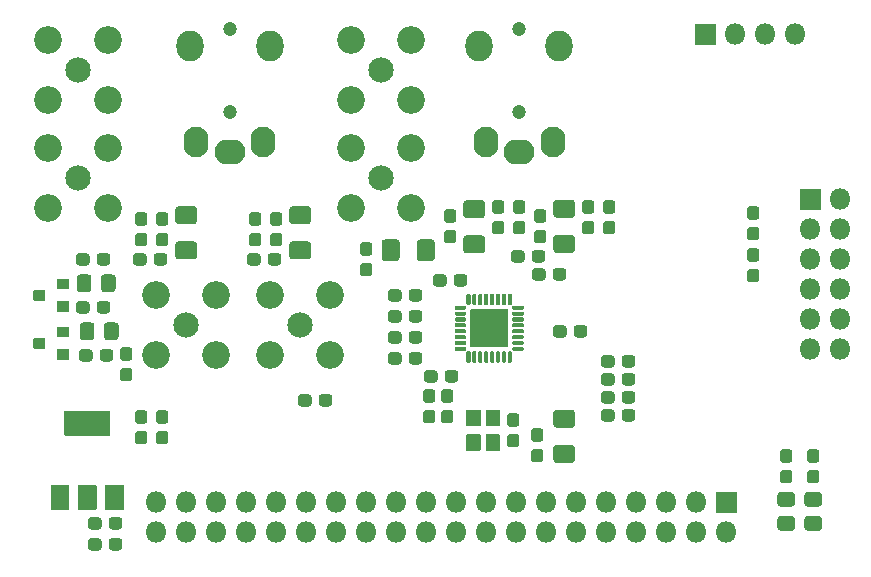
<source format=gts>
G04 #@! TF.GenerationSoftware,KiCad,Pcbnew,(5.1.9)-1*
G04 #@! TF.CreationDate,2021-12-15T22:13:59+01:00*
G04 #@! TF.ProjectId,AudioCodecModule_WM8960,41756469-6f43-46f6-9465-634d6f64756c,rev?*
G04 #@! TF.SameCoordinates,Original*
G04 #@! TF.FileFunction,Soldermask,Top*
G04 #@! TF.FilePolarity,Negative*
%FSLAX46Y46*%
G04 Gerber Fmt 4.6, Leading zero omitted, Abs format (unit mm)*
G04 Created by KiCad (PCBNEW (5.1.9)-1) date 2021-12-15 22:13:59*
%MOMM*%
%LPD*%
G01*
G04 APERTURE LIST*
%ADD10O,2.300000X2.600000*%
%ADD11O,2.100000X2.600000*%
%ADD12C,1.200000*%
%ADD13O,2.600000X2.100000*%
%ADD14C,2.350000*%
%ADD15C,2.150000*%
%ADD16O,1.800000X1.800000*%
G04 APERTURE END LIST*
D10*
X163039000Y-56105000D03*
X156239000Y-56105000D03*
D11*
X162489000Y-64205000D03*
X156789000Y-64205000D03*
D12*
X159639000Y-61705000D03*
X159639000Y-54705000D03*
D13*
X159639000Y-65105000D03*
D10*
X187550000Y-56105000D03*
X180750000Y-56105000D03*
D11*
X187000000Y-64205000D03*
X181300000Y-64205000D03*
D12*
X184150000Y-61705000D03*
X184150000Y-54705000D03*
D13*
X184150000Y-65105000D03*
G36*
G01*
X185212000Y-74176500D02*
X185212000Y-73651500D01*
G75*
G02*
X185474500Y-73389000I262500J0D01*
G01*
X186099500Y-73389000D01*
G75*
G02*
X186362000Y-73651500I0J-262500D01*
G01*
X186362000Y-74176500D01*
G75*
G02*
X186099500Y-74439000I-262500J0D01*
G01*
X185474500Y-74439000D01*
G75*
G02*
X185212000Y-74176500I0J262500D01*
G01*
G37*
G36*
G01*
X183462000Y-74176500D02*
X183462000Y-73651500D01*
G75*
G02*
X183724500Y-73389000I262500J0D01*
G01*
X184349500Y-73389000D01*
G75*
G02*
X184612000Y-73651500I0J-262500D01*
G01*
X184612000Y-74176500D01*
G75*
G02*
X184349500Y-74439000I-262500J0D01*
G01*
X183724500Y-74439000D01*
G75*
G02*
X183462000Y-74176500I0J262500D01*
G01*
G37*
G36*
G01*
X186990000Y-75700500D02*
X186990000Y-75175500D01*
G75*
G02*
X187252500Y-74913000I262500J0D01*
G01*
X187877500Y-74913000D01*
G75*
G02*
X188140000Y-75175500I0J-262500D01*
G01*
X188140000Y-75700500D01*
G75*
G02*
X187877500Y-75963000I-262500J0D01*
G01*
X187252500Y-75963000D01*
G75*
G02*
X186990000Y-75700500I0J262500D01*
G01*
G37*
G36*
G01*
X185240000Y-75700500D02*
X185240000Y-75175500D01*
G75*
G02*
X185502500Y-74913000I262500J0D01*
G01*
X186127500Y-74913000D01*
G75*
G02*
X186390000Y-75175500I0J-262500D01*
G01*
X186390000Y-75700500D01*
G75*
G02*
X186127500Y-75963000I-262500J0D01*
G01*
X185502500Y-75963000D01*
G75*
G02*
X185240000Y-75700500I0J262500D01*
G01*
G37*
G36*
G01*
X192832000Y-84590500D02*
X192832000Y-84065500D01*
G75*
G02*
X193094500Y-83803000I262500J0D01*
G01*
X193719500Y-83803000D01*
G75*
G02*
X193982000Y-84065500I0J-262500D01*
G01*
X193982000Y-84590500D01*
G75*
G02*
X193719500Y-84853000I-262500J0D01*
G01*
X193094500Y-84853000D01*
G75*
G02*
X192832000Y-84590500I0J262500D01*
G01*
G37*
G36*
G01*
X191082000Y-84590500D02*
X191082000Y-84065500D01*
G75*
G02*
X191344500Y-83803000I262500J0D01*
G01*
X191969500Y-83803000D01*
G75*
G02*
X192232000Y-84065500I0J-262500D01*
G01*
X192232000Y-84590500D01*
G75*
G02*
X191969500Y-84853000I-262500J0D01*
G01*
X191344500Y-84853000D01*
G75*
G02*
X191082000Y-84590500I0J262500D01*
G01*
G37*
G36*
G01*
X192832000Y-87638500D02*
X192832000Y-87113500D01*
G75*
G02*
X193094500Y-86851000I262500J0D01*
G01*
X193719500Y-86851000D01*
G75*
G02*
X193982000Y-87113500I0J-262500D01*
G01*
X193982000Y-87638500D01*
G75*
G02*
X193719500Y-87901000I-262500J0D01*
G01*
X193094500Y-87901000D01*
G75*
G02*
X192832000Y-87638500I0J262500D01*
G01*
G37*
G36*
G01*
X191082000Y-87638500D02*
X191082000Y-87113500D01*
G75*
G02*
X191344500Y-86851000I262500J0D01*
G01*
X191969500Y-86851000D01*
G75*
G02*
X192232000Y-87113500I0J-262500D01*
G01*
X192232000Y-87638500D01*
G75*
G02*
X191969500Y-87901000I-262500J0D01*
G01*
X191344500Y-87901000D01*
G75*
G02*
X191082000Y-87638500I0J262500D01*
G01*
G37*
G36*
G01*
X192832000Y-86114500D02*
X192832000Y-85589500D01*
G75*
G02*
X193094500Y-85327000I262500J0D01*
G01*
X193719500Y-85327000D01*
G75*
G02*
X193982000Y-85589500I0J-262500D01*
G01*
X193982000Y-86114500D01*
G75*
G02*
X193719500Y-86377000I-262500J0D01*
G01*
X193094500Y-86377000D01*
G75*
G02*
X192832000Y-86114500I0J262500D01*
G01*
G37*
G36*
G01*
X191082000Y-86114500D02*
X191082000Y-85589500D01*
G75*
G02*
X191344500Y-85327000I262500J0D01*
G01*
X191969500Y-85327000D01*
G75*
G02*
X192232000Y-85589500I0J-262500D01*
G01*
X192232000Y-86114500D01*
G75*
G02*
X191969500Y-86377000I-262500J0D01*
G01*
X191344500Y-86377000D01*
G75*
G02*
X191082000Y-86114500I0J262500D01*
G01*
G37*
G36*
G01*
X192832000Y-83066500D02*
X192832000Y-82541500D01*
G75*
G02*
X193094500Y-82279000I262500J0D01*
G01*
X193719500Y-82279000D01*
G75*
G02*
X193982000Y-82541500I0J-262500D01*
G01*
X193982000Y-83066500D01*
G75*
G02*
X193719500Y-83329000I-262500J0D01*
G01*
X193094500Y-83329000D01*
G75*
G02*
X192832000Y-83066500I0J262500D01*
G01*
G37*
G36*
G01*
X191082000Y-83066500D02*
X191082000Y-82541500D01*
G75*
G02*
X191344500Y-82279000I262500J0D01*
G01*
X191969500Y-82279000D01*
G75*
G02*
X192232000Y-82541500I0J-262500D01*
G01*
X192232000Y-83066500D01*
G75*
G02*
X191969500Y-83329000I-262500J0D01*
G01*
X191344500Y-83329000D01*
G75*
G02*
X191082000Y-83066500I0J262500D01*
G01*
G37*
G36*
G01*
X176267500Y-86914000D02*
X176792500Y-86914000D01*
G75*
G02*
X177055000Y-87176500I0J-262500D01*
G01*
X177055000Y-87801500D01*
G75*
G02*
X176792500Y-88064000I-262500J0D01*
G01*
X176267500Y-88064000D01*
G75*
G02*
X176005000Y-87801500I0J262500D01*
G01*
X176005000Y-87176500D01*
G75*
G02*
X176267500Y-86914000I262500J0D01*
G01*
G37*
G36*
G01*
X176267500Y-85164000D02*
X176792500Y-85164000D01*
G75*
G02*
X177055000Y-85426500I0J-262500D01*
G01*
X177055000Y-86051500D01*
G75*
G02*
X176792500Y-86314000I-262500J0D01*
G01*
X176267500Y-86314000D01*
G75*
G02*
X176005000Y-86051500I0J262500D01*
G01*
X176005000Y-85426500D01*
G75*
G02*
X176267500Y-85164000I262500J0D01*
G01*
G37*
G36*
G01*
X183379500Y-88946000D02*
X183904500Y-88946000D01*
G75*
G02*
X184167000Y-89208500I0J-262500D01*
G01*
X184167000Y-89833500D01*
G75*
G02*
X183904500Y-90096000I-262500J0D01*
G01*
X183379500Y-90096000D01*
G75*
G02*
X183117000Y-89833500I0J262500D01*
G01*
X183117000Y-89208500D01*
G75*
G02*
X183379500Y-88946000I262500J0D01*
G01*
G37*
G36*
G01*
X183379500Y-87196000D02*
X183904500Y-87196000D01*
G75*
G02*
X184167000Y-87458500I0J-262500D01*
G01*
X184167000Y-88083500D01*
G75*
G02*
X183904500Y-88346000I-262500J0D01*
G01*
X183379500Y-88346000D01*
G75*
G02*
X183117000Y-88083500I0J262500D01*
G01*
X183117000Y-87458500D01*
G75*
G02*
X183379500Y-87196000I262500J0D01*
G01*
G37*
G36*
G01*
X177791500Y-86914000D02*
X178316500Y-86914000D01*
G75*
G02*
X178579000Y-87176500I0J-262500D01*
G01*
X178579000Y-87801500D01*
G75*
G02*
X178316500Y-88064000I-262500J0D01*
G01*
X177791500Y-88064000D01*
G75*
G02*
X177529000Y-87801500I0J262500D01*
G01*
X177529000Y-87176500D01*
G75*
G02*
X177791500Y-86914000I262500J0D01*
G01*
G37*
G36*
G01*
X177791500Y-85164000D02*
X178316500Y-85164000D01*
G75*
G02*
X178579000Y-85426500I0J-262500D01*
G01*
X178579000Y-86051500D01*
G75*
G02*
X178316500Y-86314000I-262500J0D01*
G01*
X177791500Y-86314000D01*
G75*
G02*
X177529000Y-86051500I0J262500D01*
G01*
X177529000Y-85426500D01*
G75*
G02*
X177791500Y-85164000I262500J0D01*
G01*
G37*
G36*
G01*
X180827000Y-90396000D02*
X179727000Y-90396000D01*
G75*
G02*
X179677000Y-90346000I0J50000D01*
G01*
X179677000Y-89046000D01*
G75*
G02*
X179727000Y-88996000I50000J0D01*
G01*
X180827000Y-88996000D01*
G75*
G02*
X180877000Y-89046000I0J-50000D01*
G01*
X180877000Y-90346000D01*
G75*
G02*
X180827000Y-90396000I-50000J0D01*
G01*
G37*
G36*
G01*
X180827000Y-88296000D02*
X179727000Y-88296000D01*
G75*
G02*
X179677000Y-88246000I0J50000D01*
G01*
X179677000Y-86946000D01*
G75*
G02*
X179727000Y-86896000I50000J0D01*
G01*
X180827000Y-86896000D01*
G75*
G02*
X180877000Y-86946000I0J-50000D01*
G01*
X180877000Y-88246000D01*
G75*
G02*
X180827000Y-88296000I-50000J0D01*
G01*
G37*
G36*
G01*
X182477000Y-88296000D02*
X181377000Y-88296000D01*
G75*
G02*
X181327000Y-88246000I0J50000D01*
G01*
X181327000Y-86946000D01*
G75*
G02*
X181377000Y-86896000I50000J0D01*
G01*
X182477000Y-86896000D01*
G75*
G02*
X182527000Y-86946000I0J-50000D01*
G01*
X182527000Y-88246000D01*
G75*
G02*
X182477000Y-88296000I-50000J0D01*
G01*
G37*
G36*
G01*
X182477000Y-90396000D02*
X181377000Y-90396000D01*
G75*
G02*
X181327000Y-90346000I0J50000D01*
G01*
X181327000Y-89046000D01*
G75*
G02*
X181377000Y-88996000I50000J0D01*
G01*
X182477000Y-88996000D01*
G75*
G02*
X182527000Y-89046000I0J-50000D01*
G01*
X182527000Y-90346000D01*
G75*
G02*
X182477000Y-90396000I-50000J0D01*
G01*
G37*
G36*
G01*
X153661500Y-88692000D02*
X154186500Y-88692000D01*
G75*
G02*
X154449000Y-88954500I0J-262500D01*
G01*
X154449000Y-89579500D01*
G75*
G02*
X154186500Y-89842000I-262500J0D01*
G01*
X153661500Y-89842000D01*
G75*
G02*
X153399000Y-89579500I0J262500D01*
G01*
X153399000Y-88954500D01*
G75*
G02*
X153661500Y-88692000I262500J0D01*
G01*
G37*
G36*
G01*
X153661500Y-86942000D02*
X154186500Y-86942000D01*
G75*
G02*
X154449000Y-87204500I0J-262500D01*
G01*
X154449000Y-87829500D01*
G75*
G02*
X154186500Y-88092000I-262500J0D01*
G01*
X153661500Y-88092000D01*
G75*
G02*
X153399000Y-87829500I0J262500D01*
G01*
X153399000Y-87204500D01*
G75*
G02*
X153661500Y-86942000I262500J0D01*
G01*
G37*
G36*
G01*
X151883500Y-88692000D02*
X152408500Y-88692000D01*
G75*
G02*
X152671000Y-88954500I0J-262500D01*
G01*
X152671000Y-89579500D01*
G75*
G02*
X152408500Y-89842000I-262500J0D01*
G01*
X151883500Y-89842000D01*
G75*
G02*
X151621000Y-89579500I0J262500D01*
G01*
X151621000Y-88954500D01*
G75*
G02*
X151883500Y-88692000I262500J0D01*
G01*
G37*
G36*
G01*
X151883500Y-86942000D02*
X152408500Y-86942000D01*
G75*
G02*
X152671000Y-87204500I0J-262500D01*
G01*
X152671000Y-87829500D01*
G75*
G02*
X152408500Y-88092000I-262500J0D01*
G01*
X151883500Y-88092000D01*
G75*
G02*
X151621000Y-87829500I0J262500D01*
G01*
X151621000Y-87204500D01*
G75*
G02*
X151883500Y-86942000I262500J0D01*
G01*
G37*
D14*
X169926000Y-60706000D03*
X169926000Y-55626000D03*
X175006000Y-55626000D03*
X175006000Y-60706000D03*
D15*
X172466000Y-58166000D03*
G36*
G01*
X187302543Y-72099000D02*
X188617457Y-72099000D01*
G75*
G02*
X188885000Y-72366543I0J-267543D01*
G01*
X188885000Y-73356457D01*
G75*
G02*
X188617457Y-73624000I-267543J0D01*
G01*
X187302543Y-73624000D01*
G75*
G02*
X187035000Y-73356457I0J267543D01*
G01*
X187035000Y-72366543D01*
G75*
G02*
X187302543Y-72099000I267543J0D01*
G01*
G37*
G36*
G01*
X187302543Y-69124000D02*
X188617457Y-69124000D01*
G75*
G02*
X188885000Y-69391543I0J-267543D01*
G01*
X188885000Y-70381457D01*
G75*
G02*
X188617457Y-70649000I-267543J0D01*
G01*
X187302543Y-70649000D01*
G75*
G02*
X187035000Y-70381457I0J267543D01*
G01*
X187035000Y-69391543D01*
G75*
G02*
X187302543Y-69124000I267543J0D01*
G01*
G37*
D14*
X144272000Y-60706000D03*
X144272000Y-55626000D03*
X149352000Y-55626000D03*
X149352000Y-60706000D03*
D15*
X146812000Y-58166000D03*
G36*
G01*
X187302543Y-89879000D02*
X188617457Y-89879000D01*
G75*
G02*
X188885000Y-90146543I0J-267543D01*
G01*
X188885000Y-91136457D01*
G75*
G02*
X188617457Y-91404000I-267543J0D01*
G01*
X187302543Y-91404000D01*
G75*
G02*
X187035000Y-91136457I0J267543D01*
G01*
X187035000Y-90146543D01*
G75*
G02*
X187302543Y-89879000I267543J0D01*
G01*
G37*
G36*
G01*
X187302543Y-86904000D02*
X188617457Y-86904000D01*
G75*
G02*
X188885000Y-87171543I0J-267543D01*
G01*
X188885000Y-88161457D01*
G75*
G02*
X188617457Y-88429000I-267543J0D01*
G01*
X187302543Y-88429000D01*
G75*
G02*
X187035000Y-88161457I0J267543D01*
G01*
X187035000Y-87171543D01*
G75*
G02*
X187302543Y-86904000I267543J0D01*
G01*
G37*
G36*
G01*
X170933500Y-74468000D02*
X171458500Y-74468000D01*
G75*
G02*
X171721000Y-74730500I0J-262500D01*
G01*
X171721000Y-75355500D01*
G75*
G02*
X171458500Y-75618000I-262500J0D01*
G01*
X170933500Y-75618000D01*
G75*
G02*
X170671000Y-75355500I0J262500D01*
G01*
X170671000Y-74730500D01*
G75*
G02*
X170933500Y-74468000I262500J0D01*
G01*
G37*
G36*
G01*
X170933500Y-72718000D02*
X171458500Y-72718000D01*
G75*
G02*
X171721000Y-72980500I0J-262500D01*
G01*
X171721000Y-73605500D01*
G75*
G02*
X171458500Y-73868000I-262500J0D01*
G01*
X170933500Y-73868000D01*
G75*
G02*
X170671000Y-73605500I0J262500D01*
G01*
X170671000Y-72980500D01*
G75*
G02*
X170933500Y-72718000I262500J0D01*
G01*
G37*
G36*
G01*
X184412500Y-70312000D02*
X183887500Y-70312000D01*
G75*
G02*
X183625000Y-70049500I0J262500D01*
G01*
X183625000Y-69424500D01*
G75*
G02*
X183887500Y-69162000I262500J0D01*
G01*
X184412500Y-69162000D01*
G75*
G02*
X184675000Y-69424500I0J-262500D01*
G01*
X184675000Y-70049500D01*
G75*
G02*
X184412500Y-70312000I-262500J0D01*
G01*
G37*
G36*
G01*
X184412500Y-72062000D02*
X183887500Y-72062000D01*
G75*
G02*
X183625000Y-71799500I0J262500D01*
G01*
X183625000Y-71174500D01*
G75*
G02*
X183887500Y-70912000I262500J0D01*
G01*
X184412500Y-70912000D01*
G75*
G02*
X184675000Y-71174500I0J-262500D01*
G01*
X184675000Y-71799500D01*
G75*
G02*
X184412500Y-72062000I-262500J0D01*
G01*
G37*
G36*
G01*
X189729500Y-70912000D02*
X190254500Y-70912000D01*
G75*
G02*
X190517000Y-71174500I0J-262500D01*
G01*
X190517000Y-71799500D01*
G75*
G02*
X190254500Y-72062000I-262500J0D01*
G01*
X189729500Y-72062000D01*
G75*
G02*
X189467000Y-71799500I0J262500D01*
G01*
X189467000Y-71174500D01*
G75*
G02*
X189729500Y-70912000I262500J0D01*
G01*
G37*
G36*
G01*
X189729500Y-69162000D02*
X190254500Y-69162000D01*
G75*
G02*
X190517000Y-69424500I0J-262500D01*
G01*
X190517000Y-70049500D01*
G75*
G02*
X190254500Y-70312000I-262500J0D01*
G01*
X189729500Y-70312000D01*
G75*
G02*
X189467000Y-70049500I0J262500D01*
G01*
X189467000Y-69424500D01*
G75*
G02*
X189729500Y-69162000I262500J0D01*
G01*
G37*
G36*
G01*
X163313500Y-71928000D02*
X163838500Y-71928000D01*
G75*
G02*
X164101000Y-72190500I0J-262500D01*
G01*
X164101000Y-72815500D01*
G75*
G02*
X163838500Y-73078000I-262500J0D01*
G01*
X163313500Y-73078000D01*
G75*
G02*
X163051000Y-72815500I0J262500D01*
G01*
X163051000Y-72190500D01*
G75*
G02*
X163313500Y-71928000I262500J0D01*
G01*
G37*
G36*
G01*
X163313500Y-70178000D02*
X163838500Y-70178000D01*
G75*
G02*
X164101000Y-70440500I0J-262500D01*
G01*
X164101000Y-71065500D01*
G75*
G02*
X163838500Y-71328000I-262500J0D01*
G01*
X163313500Y-71328000D01*
G75*
G02*
X163051000Y-71065500I0J262500D01*
G01*
X163051000Y-70440500D01*
G75*
G02*
X163313500Y-70178000I262500J0D01*
G01*
G37*
G36*
G01*
X176858000Y-76208500D02*
X176858000Y-75683500D01*
G75*
G02*
X177120500Y-75421000I262500J0D01*
G01*
X177745500Y-75421000D01*
G75*
G02*
X178008000Y-75683500I0J-262500D01*
G01*
X178008000Y-76208500D01*
G75*
G02*
X177745500Y-76471000I-262500J0D01*
G01*
X177120500Y-76471000D01*
G75*
G02*
X176858000Y-76208500I0J262500D01*
G01*
G37*
G36*
G01*
X178608000Y-76208500D02*
X178608000Y-75683500D01*
G75*
G02*
X178870500Y-75421000I262500J0D01*
G01*
X179495500Y-75421000D01*
G75*
G02*
X179758000Y-75683500I0J-262500D01*
G01*
X179758000Y-76208500D01*
G75*
G02*
X179495500Y-76471000I-262500J0D01*
G01*
X178870500Y-76471000D01*
G75*
G02*
X178608000Y-76208500I0J262500D01*
G01*
G37*
D14*
X169926000Y-69850000D03*
X169926000Y-64770000D03*
X175006000Y-64770000D03*
X175006000Y-69850000D03*
D15*
X172466000Y-67310000D03*
G36*
G01*
X177846000Y-84336500D02*
X177846000Y-83811500D01*
G75*
G02*
X178108500Y-83549000I262500J0D01*
G01*
X178733500Y-83549000D01*
G75*
G02*
X178996000Y-83811500I0J-262500D01*
G01*
X178996000Y-84336500D01*
G75*
G02*
X178733500Y-84599000I-262500J0D01*
G01*
X178108500Y-84599000D01*
G75*
G02*
X177846000Y-84336500I0J262500D01*
G01*
G37*
G36*
G01*
X176096000Y-84336500D02*
X176096000Y-83811500D01*
G75*
G02*
X176358500Y-83549000I262500J0D01*
G01*
X176983500Y-83549000D01*
G75*
G02*
X177246000Y-83811500I0J-262500D01*
G01*
X177246000Y-84336500D01*
G75*
G02*
X176983500Y-84599000I-262500J0D01*
G01*
X176358500Y-84599000D01*
G75*
G02*
X176096000Y-84336500I0J262500D01*
G01*
G37*
D14*
X144272000Y-69850000D03*
X144272000Y-64770000D03*
X149352000Y-64770000D03*
X149352000Y-69850000D03*
D15*
X146812000Y-67310000D03*
G36*
G01*
X185411500Y-90216000D02*
X185936500Y-90216000D01*
G75*
G02*
X186199000Y-90478500I0J-262500D01*
G01*
X186199000Y-91103500D01*
G75*
G02*
X185936500Y-91366000I-262500J0D01*
G01*
X185411500Y-91366000D01*
G75*
G02*
X185149000Y-91103500I0J262500D01*
G01*
X185149000Y-90478500D01*
G75*
G02*
X185411500Y-90216000I262500J0D01*
G01*
G37*
G36*
G01*
X185411500Y-88466000D02*
X185936500Y-88466000D01*
G75*
G02*
X186199000Y-88728500I0J-262500D01*
G01*
X186199000Y-89353500D01*
G75*
G02*
X185936500Y-89616000I-262500J0D01*
G01*
X185411500Y-89616000D01*
G75*
G02*
X185149000Y-89353500I0J262500D01*
G01*
X185149000Y-88728500D01*
G75*
G02*
X185411500Y-88466000I262500J0D01*
G01*
G37*
G36*
G01*
X162060500Y-71328000D02*
X161535500Y-71328000D01*
G75*
G02*
X161273000Y-71065500I0J262500D01*
G01*
X161273000Y-70440500D01*
G75*
G02*
X161535500Y-70178000I262500J0D01*
G01*
X162060500Y-70178000D01*
G75*
G02*
X162323000Y-70440500I0J-262500D01*
G01*
X162323000Y-71065500D01*
G75*
G02*
X162060500Y-71328000I-262500J0D01*
G01*
G37*
G36*
G01*
X162060500Y-73078000D02*
X161535500Y-73078000D01*
G75*
G02*
X161273000Y-72815500I0J262500D01*
G01*
X161273000Y-72190500D01*
G75*
G02*
X161535500Y-71928000I262500J0D01*
G01*
X162060500Y-71928000D01*
G75*
G02*
X162323000Y-72190500I0J-262500D01*
G01*
X162323000Y-72815500D01*
G75*
G02*
X162060500Y-73078000I-262500J0D01*
G01*
G37*
G36*
G01*
X152408500Y-71328000D02*
X151883500Y-71328000D01*
G75*
G02*
X151621000Y-71065500I0J262500D01*
G01*
X151621000Y-70440500D01*
G75*
G02*
X151883500Y-70178000I262500J0D01*
G01*
X152408500Y-70178000D01*
G75*
G02*
X152671000Y-70440500I0J-262500D01*
G01*
X152671000Y-71065500D01*
G75*
G02*
X152408500Y-71328000I-262500J0D01*
G01*
G37*
G36*
G01*
X152408500Y-73078000D02*
X151883500Y-73078000D01*
G75*
G02*
X151621000Y-72815500I0J262500D01*
G01*
X151621000Y-72190500D01*
G75*
G02*
X151883500Y-71928000I262500J0D01*
G01*
X152408500Y-71928000D01*
G75*
G02*
X152671000Y-72190500I0J-262500D01*
G01*
X152671000Y-72815500D01*
G75*
G02*
X152408500Y-73078000I-262500J0D01*
G01*
G37*
G36*
G01*
X155298543Y-72643500D02*
X156613457Y-72643500D01*
G75*
G02*
X156881000Y-72911043I0J-267543D01*
G01*
X156881000Y-73900957D01*
G75*
G02*
X156613457Y-74168500I-267543J0D01*
G01*
X155298543Y-74168500D01*
G75*
G02*
X155031000Y-73900957I0J267543D01*
G01*
X155031000Y-72911043D01*
G75*
G02*
X155298543Y-72643500I267543J0D01*
G01*
G37*
G36*
G01*
X155298543Y-69668500D02*
X156613457Y-69668500D01*
G75*
G02*
X156881000Y-69936043I0J-267543D01*
G01*
X156881000Y-70925957D01*
G75*
G02*
X156613457Y-71193500I-267543J0D01*
G01*
X155298543Y-71193500D01*
G75*
G02*
X155031000Y-70925957I0J267543D01*
G01*
X155031000Y-69936043D01*
G75*
G02*
X155298543Y-69668500I267543J0D01*
G01*
G37*
D14*
X163068000Y-82296000D03*
X163068000Y-77216000D03*
X168148000Y-77216000D03*
X168148000Y-82296000D03*
D15*
X165608000Y-79756000D03*
G36*
G01*
X174027000Y-72748543D02*
X174027000Y-74063457D01*
G75*
G02*
X173759457Y-74331000I-267543J0D01*
G01*
X172769543Y-74331000D01*
G75*
G02*
X172502000Y-74063457I0J267543D01*
G01*
X172502000Y-72748543D01*
G75*
G02*
X172769543Y-72481000I267543J0D01*
G01*
X173759457Y-72481000D01*
G75*
G02*
X174027000Y-72748543I0J-267543D01*
G01*
G37*
G36*
G01*
X177002000Y-72748543D02*
X177002000Y-74063457D01*
G75*
G02*
X176734457Y-74331000I-267543J0D01*
G01*
X175744543Y-74331000D01*
G75*
G02*
X175477000Y-74063457I0J267543D01*
G01*
X175477000Y-72748543D01*
G75*
G02*
X175744543Y-72481000I267543J0D01*
G01*
X176734457Y-72481000D01*
G75*
G02*
X177002000Y-72748543I0J-267543D01*
G01*
G37*
G36*
G01*
X179682543Y-72135500D02*
X180997457Y-72135500D01*
G75*
G02*
X181265000Y-72403043I0J-267543D01*
G01*
X181265000Y-73392957D01*
G75*
G02*
X180997457Y-73660500I-267543J0D01*
G01*
X179682543Y-73660500D01*
G75*
G02*
X179415000Y-73392957I0J267543D01*
G01*
X179415000Y-72403043D01*
G75*
G02*
X179682543Y-72135500I267543J0D01*
G01*
G37*
G36*
G01*
X179682543Y-69160500D02*
X180997457Y-69160500D01*
G75*
G02*
X181265000Y-69428043I0J-267543D01*
G01*
X181265000Y-70417957D01*
G75*
G02*
X180997457Y-70685500I-267543J0D01*
G01*
X179682543Y-70685500D01*
G75*
G02*
X179415000Y-70417957I0J267543D01*
G01*
X179415000Y-69428043D01*
G75*
G02*
X179682543Y-69160500I267543J0D01*
G01*
G37*
G36*
G01*
X164950543Y-72643500D02*
X166265457Y-72643500D01*
G75*
G02*
X166533000Y-72911043I0J-267543D01*
G01*
X166533000Y-73900957D01*
G75*
G02*
X166265457Y-74168500I-267543J0D01*
G01*
X164950543Y-74168500D01*
G75*
G02*
X164683000Y-73900957I0J267543D01*
G01*
X164683000Y-72911043D01*
G75*
G02*
X164950543Y-72643500I267543J0D01*
G01*
G37*
G36*
G01*
X164950543Y-69668500D02*
X166265457Y-69668500D01*
G75*
G02*
X166533000Y-69936043I0J-267543D01*
G01*
X166533000Y-70925957D01*
G75*
G02*
X166265457Y-71193500I-267543J0D01*
G01*
X164950543Y-71193500D01*
G75*
G02*
X164683000Y-70925957I0J267543D01*
G01*
X164683000Y-69936043D01*
G75*
G02*
X164950543Y-69668500I267543J0D01*
G01*
G37*
G36*
G01*
X153208000Y-74430500D02*
X153208000Y-73905500D01*
G75*
G02*
X153470500Y-73643000I262500J0D01*
G01*
X154095500Y-73643000D01*
G75*
G02*
X154358000Y-73905500I0J-262500D01*
G01*
X154358000Y-74430500D01*
G75*
G02*
X154095500Y-74693000I-262500J0D01*
G01*
X153470500Y-74693000D01*
G75*
G02*
X153208000Y-74430500I0J262500D01*
G01*
G37*
G36*
G01*
X151458000Y-74430500D02*
X151458000Y-73905500D01*
G75*
G02*
X151720500Y-73643000I262500J0D01*
G01*
X152345500Y-73643000D01*
G75*
G02*
X152608000Y-73905500I0J-262500D01*
G01*
X152608000Y-74430500D01*
G75*
G02*
X152345500Y-74693000I-262500J0D01*
G01*
X151720500Y-74693000D01*
G75*
G02*
X151458000Y-74430500I0J262500D01*
G01*
G37*
G36*
G01*
X192032500Y-70312000D02*
X191507500Y-70312000D01*
G75*
G02*
X191245000Y-70049500I0J262500D01*
G01*
X191245000Y-69424500D01*
G75*
G02*
X191507500Y-69162000I262500J0D01*
G01*
X192032500Y-69162000D01*
G75*
G02*
X192295000Y-69424500I0J-262500D01*
G01*
X192295000Y-70049500D01*
G75*
G02*
X192032500Y-70312000I-262500J0D01*
G01*
G37*
G36*
G01*
X192032500Y-72062000D02*
X191507500Y-72062000D01*
G75*
G02*
X191245000Y-71799500I0J262500D01*
G01*
X191245000Y-71174500D01*
G75*
G02*
X191507500Y-70912000I262500J0D01*
G01*
X192032500Y-70912000D01*
G75*
G02*
X192295000Y-71174500I0J-262500D01*
G01*
X192295000Y-71799500D01*
G75*
G02*
X192032500Y-72062000I-262500J0D01*
G01*
G37*
G36*
G01*
X162860000Y-74430500D02*
X162860000Y-73905500D01*
G75*
G02*
X163122500Y-73643000I262500J0D01*
G01*
X163747500Y-73643000D01*
G75*
G02*
X164010000Y-73905500I0J-262500D01*
G01*
X164010000Y-74430500D01*
G75*
G02*
X163747500Y-74693000I-262500J0D01*
G01*
X163122500Y-74693000D01*
G75*
G02*
X162860000Y-74430500I0J262500D01*
G01*
G37*
G36*
G01*
X161110000Y-74430500D02*
X161110000Y-73905500D01*
G75*
G02*
X161372500Y-73643000I262500J0D01*
G01*
X161997500Y-73643000D01*
G75*
G02*
X162260000Y-73905500I0J-262500D01*
G01*
X162260000Y-74430500D01*
G75*
G02*
X161997500Y-74693000I-262500J0D01*
G01*
X161372500Y-74693000D01*
G75*
G02*
X161110000Y-74430500I0J262500D01*
G01*
G37*
G36*
G01*
X182109500Y-70912000D02*
X182634500Y-70912000D01*
G75*
G02*
X182897000Y-71174500I0J-262500D01*
G01*
X182897000Y-71799500D01*
G75*
G02*
X182634500Y-72062000I-262500J0D01*
G01*
X182109500Y-72062000D01*
G75*
G02*
X181847000Y-71799500I0J262500D01*
G01*
X181847000Y-71174500D01*
G75*
G02*
X182109500Y-70912000I262500J0D01*
G01*
G37*
G36*
G01*
X182109500Y-69162000D02*
X182634500Y-69162000D01*
G75*
G02*
X182897000Y-69424500I0J-262500D01*
G01*
X182897000Y-70049500D01*
G75*
G02*
X182634500Y-70312000I-262500J0D01*
G01*
X182109500Y-70312000D01*
G75*
G02*
X181847000Y-70049500I0J262500D01*
G01*
X181847000Y-69424500D01*
G75*
G02*
X182109500Y-69162000I262500J0D01*
G01*
G37*
G36*
G01*
X153661500Y-71928000D02*
X154186500Y-71928000D01*
G75*
G02*
X154449000Y-72190500I0J-262500D01*
G01*
X154449000Y-72815500D01*
G75*
G02*
X154186500Y-73078000I-262500J0D01*
G01*
X153661500Y-73078000D01*
G75*
G02*
X153399000Y-72815500I0J262500D01*
G01*
X153399000Y-72190500D01*
G75*
G02*
X153661500Y-71928000I262500J0D01*
G01*
G37*
G36*
G01*
X153661500Y-70178000D02*
X154186500Y-70178000D01*
G75*
G02*
X154449000Y-70440500I0J-262500D01*
G01*
X154449000Y-71065500D01*
G75*
G02*
X154186500Y-71328000I-262500J0D01*
G01*
X153661500Y-71328000D01*
G75*
G02*
X153399000Y-71065500I0J262500D01*
G01*
X153399000Y-70440500D01*
G75*
G02*
X153661500Y-70178000I262500J0D01*
G01*
G37*
D16*
X153416000Y-97282000D03*
X153416000Y-94742000D03*
X155956000Y-97282000D03*
X155956000Y-94742000D03*
X158496000Y-97282000D03*
X158496000Y-94742000D03*
X161036000Y-97282000D03*
X161036000Y-94742000D03*
X163576000Y-97282000D03*
X163576000Y-94742000D03*
X166116000Y-97282000D03*
X166116000Y-94742000D03*
X168656000Y-97282000D03*
X168656000Y-94742000D03*
X171196000Y-97282000D03*
X171196000Y-94742000D03*
X173736000Y-97282000D03*
X173736000Y-94742000D03*
X176276000Y-97282000D03*
X176276000Y-94742000D03*
X178816000Y-97282000D03*
X178816000Y-94742000D03*
X181356000Y-97282000D03*
X181356000Y-94742000D03*
X183896000Y-97282000D03*
X183896000Y-94742000D03*
X186436000Y-97282000D03*
X186436000Y-94742000D03*
X188976000Y-97282000D03*
X188976000Y-94742000D03*
X191516000Y-97282000D03*
X191516000Y-94742000D03*
X194056000Y-97282000D03*
X194056000Y-94742000D03*
X196596000Y-97282000D03*
X196596000Y-94742000D03*
X199136000Y-97282000D03*
X199136000Y-94742000D03*
X201676000Y-97282000D03*
G36*
G01*
X200826000Y-93842000D02*
X202526000Y-93842000D01*
G75*
G02*
X202576000Y-93892000I0J-50000D01*
G01*
X202576000Y-95592000D01*
G75*
G02*
X202526000Y-95642000I-50000J0D01*
G01*
X200826000Y-95642000D01*
G75*
G02*
X200776000Y-95592000I0J50000D01*
G01*
X200776000Y-93892000D01*
G75*
G02*
X200826000Y-93842000I50000J0D01*
G01*
G37*
X207518000Y-55118000D03*
X204978000Y-55118000D03*
X202438000Y-55118000D03*
G36*
G01*
X200748000Y-56018000D02*
X199048000Y-56018000D01*
G75*
G02*
X198998000Y-55968000I0J50000D01*
G01*
X198998000Y-54268000D01*
G75*
G02*
X199048000Y-54218000I50000J0D01*
G01*
X200748000Y-54218000D01*
G75*
G02*
X200798000Y-54268000I0J-50000D01*
G01*
X200798000Y-55968000D01*
G75*
G02*
X200748000Y-56018000I-50000J0D01*
G01*
G37*
G36*
G01*
X178685000Y-78347500D02*
X178685000Y-78172500D01*
G75*
G02*
X178772500Y-78085000I87500J0D01*
G01*
X179572500Y-78085000D01*
G75*
G02*
X179660000Y-78172500I0J-87500D01*
G01*
X179660000Y-78347500D01*
G75*
G02*
X179572500Y-78435000I-87500J0D01*
G01*
X178772500Y-78435000D01*
G75*
G02*
X178685000Y-78347500I0J87500D01*
G01*
G37*
G36*
G01*
X178685000Y-78847500D02*
X178685000Y-78672500D01*
G75*
G02*
X178772500Y-78585000I87500J0D01*
G01*
X179572500Y-78585000D01*
G75*
G02*
X179660000Y-78672500I0J-87500D01*
G01*
X179660000Y-78847500D01*
G75*
G02*
X179572500Y-78935000I-87500J0D01*
G01*
X178772500Y-78935000D01*
G75*
G02*
X178685000Y-78847500I0J87500D01*
G01*
G37*
G36*
G01*
X178685000Y-79347500D02*
X178685000Y-79172500D01*
G75*
G02*
X178772500Y-79085000I87500J0D01*
G01*
X179572500Y-79085000D01*
G75*
G02*
X179660000Y-79172500I0J-87500D01*
G01*
X179660000Y-79347500D01*
G75*
G02*
X179572500Y-79435000I-87500J0D01*
G01*
X178772500Y-79435000D01*
G75*
G02*
X178685000Y-79347500I0J87500D01*
G01*
G37*
G36*
G01*
X178685000Y-79847500D02*
X178685000Y-79672500D01*
G75*
G02*
X178772500Y-79585000I87500J0D01*
G01*
X179572500Y-79585000D01*
G75*
G02*
X179660000Y-79672500I0J-87500D01*
G01*
X179660000Y-79847500D01*
G75*
G02*
X179572500Y-79935000I-87500J0D01*
G01*
X178772500Y-79935000D01*
G75*
G02*
X178685000Y-79847500I0J87500D01*
G01*
G37*
G36*
G01*
X178685000Y-80347500D02*
X178685000Y-80172500D01*
G75*
G02*
X178772500Y-80085000I87500J0D01*
G01*
X179572500Y-80085000D01*
G75*
G02*
X179660000Y-80172500I0J-87500D01*
G01*
X179660000Y-80347500D01*
G75*
G02*
X179572500Y-80435000I-87500J0D01*
G01*
X178772500Y-80435000D01*
G75*
G02*
X178685000Y-80347500I0J87500D01*
G01*
G37*
G36*
G01*
X178685000Y-80847500D02*
X178685000Y-80672500D01*
G75*
G02*
X178772500Y-80585000I87500J0D01*
G01*
X179572500Y-80585000D01*
G75*
G02*
X179660000Y-80672500I0J-87500D01*
G01*
X179660000Y-80847500D01*
G75*
G02*
X179572500Y-80935000I-87500J0D01*
G01*
X178772500Y-80935000D01*
G75*
G02*
X178685000Y-80847500I0J87500D01*
G01*
G37*
G36*
G01*
X178685000Y-81347500D02*
X178685000Y-81172500D01*
G75*
G02*
X178772500Y-81085000I87500J0D01*
G01*
X179572500Y-81085000D01*
G75*
G02*
X179660000Y-81172500I0J-87500D01*
G01*
X179660000Y-81347500D01*
G75*
G02*
X179572500Y-81435000I-87500J0D01*
G01*
X178772500Y-81435000D01*
G75*
G02*
X178685000Y-81347500I0J87500D01*
G01*
G37*
G36*
G01*
X178685000Y-81847500D02*
X178685000Y-81672500D01*
G75*
G02*
X178772500Y-81585000I87500J0D01*
G01*
X179572500Y-81585000D01*
G75*
G02*
X179660000Y-81672500I0J-87500D01*
G01*
X179660000Y-81847500D01*
G75*
G02*
X179572500Y-81935000I-87500J0D01*
G01*
X178772500Y-81935000D01*
G75*
G02*
X178685000Y-81847500I0J87500D01*
G01*
G37*
G36*
G01*
X179685000Y-82847500D02*
X179685000Y-82047500D01*
G75*
G02*
X179772500Y-81960000I87500J0D01*
G01*
X179947500Y-81960000D01*
G75*
G02*
X180035000Y-82047500I0J-87500D01*
G01*
X180035000Y-82847500D01*
G75*
G02*
X179947500Y-82935000I-87500J0D01*
G01*
X179772500Y-82935000D01*
G75*
G02*
X179685000Y-82847500I0J87500D01*
G01*
G37*
G36*
G01*
X180185000Y-82847500D02*
X180185000Y-82047500D01*
G75*
G02*
X180272500Y-81960000I87500J0D01*
G01*
X180447500Y-81960000D01*
G75*
G02*
X180535000Y-82047500I0J-87500D01*
G01*
X180535000Y-82847500D01*
G75*
G02*
X180447500Y-82935000I-87500J0D01*
G01*
X180272500Y-82935000D01*
G75*
G02*
X180185000Y-82847500I0J87500D01*
G01*
G37*
G36*
G01*
X180685000Y-82847500D02*
X180685000Y-82047500D01*
G75*
G02*
X180772500Y-81960000I87500J0D01*
G01*
X180947500Y-81960000D01*
G75*
G02*
X181035000Y-82047500I0J-87500D01*
G01*
X181035000Y-82847500D01*
G75*
G02*
X180947500Y-82935000I-87500J0D01*
G01*
X180772500Y-82935000D01*
G75*
G02*
X180685000Y-82847500I0J87500D01*
G01*
G37*
G36*
G01*
X181185000Y-82847500D02*
X181185000Y-82047500D01*
G75*
G02*
X181272500Y-81960000I87500J0D01*
G01*
X181447500Y-81960000D01*
G75*
G02*
X181535000Y-82047500I0J-87500D01*
G01*
X181535000Y-82847500D01*
G75*
G02*
X181447500Y-82935000I-87500J0D01*
G01*
X181272500Y-82935000D01*
G75*
G02*
X181185000Y-82847500I0J87500D01*
G01*
G37*
G36*
G01*
X181685000Y-82847500D02*
X181685000Y-82047500D01*
G75*
G02*
X181772500Y-81960000I87500J0D01*
G01*
X181947500Y-81960000D01*
G75*
G02*
X182035000Y-82047500I0J-87500D01*
G01*
X182035000Y-82847500D01*
G75*
G02*
X181947500Y-82935000I-87500J0D01*
G01*
X181772500Y-82935000D01*
G75*
G02*
X181685000Y-82847500I0J87500D01*
G01*
G37*
G36*
G01*
X182185000Y-82847500D02*
X182185000Y-82047500D01*
G75*
G02*
X182272500Y-81960000I87500J0D01*
G01*
X182447500Y-81960000D01*
G75*
G02*
X182535000Y-82047500I0J-87500D01*
G01*
X182535000Y-82847500D01*
G75*
G02*
X182447500Y-82935000I-87500J0D01*
G01*
X182272500Y-82935000D01*
G75*
G02*
X182185000Y-82847500I0J87500D01*
G01*
G37*
G36*
G01*
X182685000Y-82847500D02*
X182685000Y-82047500D01*
G75*
G02*
X182772500Y-81960000I87500J0D01*
G01*
X182947500Y-81960000D01*
G75*
G02*
X183035000Y-82047500I0J-87500D01*
G01*
X183035000Y-82847500D01*
G75*
G02*
X182947500Y-82935000I-87500J0D01*
G01*
X182772500Y-82935000D01*
G75*
G02*
X182685000Y-82847500I0J87500D01*
G01*
G37*
G36*
G01*
X183185000Y-82847500D02*
X183185000Y-82047500D01*
G75*
G02*
X183272500Y-81960000I87500J0D01*
G01*
X183447500Y-81960000D01*
G75*
G02*
X183535000Y-82047500I0J-87500D01*
G01*
X183535000Y-82847500D01*
G75*
G02*
X183447500Y-82935000I-87500J0D01*
G01*
X183272500Y-82935000D01*
G75*
G02*
X183185000Y-82847500I0J87500D01*
G01*
G37*
G36*
G01*
X183560000Y-81847500D02*
X183560000Y-81672500D01*
G75*
G02*
X183647500Y-81585000I87500J0D01*
G01*
X184447500Y-81585000D01*
G75*
G02*
X184535000Y-81672500I0J-87500D01*
G01*
X184535000Y-81847500D01*
G75*
G02*
X184447500Y-81935000I-87500J0D01*
G01*
X183647500Y-81935000D01*
G75*
G02*
X183560000Y-81847500I0J87500D01*
G01*
G37*
G36*
G01*
X183560000Y-81347500D02*
X183560000Y-81172500D01*
G75*
G02*
X183647500Y-81085000I87500J0D01*
G01*
X184447500Y-81085000D01*
G75*
G02*
X184535000Y-81172500I0J-87500D01*
G01*
X184535000Y-81347500D01*
G75*
G02*
X184447500Y-81435000I-87500J0D01*
G01*
X183647500Y-81435000D01*
G75*
G02*
X183560000Y-81347500I0J87500D01*
G01*
G37*
G36*
G01*
X183560000Y-80847500D02*
X183560000Y-80672500D01*
G75*
G02*
X183647500Y-80585000I87500J0D01*
G01*
X184447500Y-80585000D01*
G75*
G02*
X184535000Y-80672500I0J-87500D01*
G01*
X184535000Y-80847500D01*
G75*
G02*
X184447500Y-80935000I-87500J0D01*
G01*
X183647500Y-80935000D01*
G75*
G02*
X183560000Y-80847500I0J87500D01*
G01*
G37*
G36*
G01*
X183560000Y-80347500D02*
X183560000Y-80172500D01*
G75*
G02*
X183647500Y-80085000I87500J0D01*
G01*
X184447500Y-80085000D01*
G75*
G02*
X184535000Y-80172500I0J-87500D01*
G01*
X184535000Y-80347500D01*
G75*
G02*
X184447500Y-80435000I-87500J0D01*
G01*
X183647500Y-80435000D01*
G75*
G02*
X183560000Y-80347500I0J87500D01*
G01*
G37*
G36*
G01*
X183560000Y-79847500D02*
X183560000Y-79672500D01*
G75*
G02*
X183647500Y-79585000I87500J0D01*
G01*
X184447500Y-79585000D01*
G75*
G02*
X184535000Y-79672500I0J-87500D01*
G01*
X184535000Y-79847500D01*
G75*
G02*
X184447500Y-79935000I-87500J0D01*
G01*
X183647500Y-79935000D01*
G75*
G02*
X183560000Y-79847500I0J87500D01*
G01*
G37*
G36*
G01*
X183560000Y-79347500D02*
X183560000Y-79172500D01*
G75*
G02*
X183647500Y-79085000I87500J0D01*
G01*
X184447500Y-79085000D01*
G75*
G02*
X184535000Y-79172500I0J-87500D01*
G01*
X184535000Y-79347500D01*
G75*
G02*
X184447500Y-79435000I-87500J0D01*
G01*
X183647500Y-79435000D01*
G75*
G02*
X183560000Y-79347500I0J87500D01*
G01*
G37*
G36*
G01*
X183560000Y-78847500D02*
X183560000Y-78672500D01*
G75*
G02*
X183647500Y-78585000I87500J0D01*
G01*
X184447500Y-78585000D01*
G75*
G02*
X184535000Y-78672500I0J-87500D01*
G01*
X184535000Y-78847500D01*
G75*
G02*
X184447500Y-78935000I-87500J0D01*
G01*
X183647500Y-78935000D01*
G75*
G02*
X183560000Y-78847500I0J87500D01*
G01*
G37*
G36*
G01*
X183560000Y-78347500D02*
X183560000Y-78172500D01*
G75*
G02*
X183647500Y-78085000I87500J0D01*
G01*
X184447500Y-78085000D01*
G75*
G02*
X184535000Y-78172500I0J-87500D01*
G01*
X184535000Y-78347500D01*
G75*
G02*
X184447500Y-78435000I-87500J0D01*
G01*
X183647500Y-78435000D01*
G75*
G02*
X183560000Y-78347500I0J87500D01*
G01*
G37*
G36*
G01*
X183185000Y-77972500D02*
X183185000Y-77172500D01*
G75*
G02*
X183272500Y-77085000I87500J0D01*
G01*
X183447500Y-77085000D01*
G75*
G02*
X183535000Y-77172500I0J-87500D01*
G01*
X183535000Y-77972500D01*
G75*
G02*
X183447500Y-78060000I-87500J0D01*
G01*
X183272500Y-78060000D01*
G75*
G02*
X183185000Y-77972500I0J87500D01*
G01*
G37*
G36*
G01*
X182685000Y-77972500D02*
X182685000Y-77172500D01*
G75*
G02*
X182772500Y-77085000I87500J0D01*
G01*
X182947500Y-77085000D01*
G75*
G02*
X183035000Y-77172500I0J-87500D01*
G01*
X183035000Y-77972500D01*
G75*
G02*
X182947500Y-78060000I-87500J0D01*
G01*
X182772500Y-78060000D01*
G75*
G02*
X182685000Y-77972500I0J87500D01*
G01*
G37*
G36*
G01*
X182185000Y-77972500D02*
X182185000Y-77172500D01*
G75*
G02*
X182272500Y-77085000I87500J0D01*
G01*
X182447500Y-77085000D01*
G75*
G02*
X182535000Y-77172500I0J-87500D01*
G01*
X182535000Y-77972500D01*
G75*
G02*
X182447500Y-78060000I-87500J0D01*
G01*
X182272500Y-78060000D01*
G75*
G02*
X182185000Y-77972500I0J87500D01*
G01*
G37*
G36*
G01*
X181685000Y-77972500D02*
X181685000Y-77172500D01*
G75*
G02*
X181772500Y-77085000I87500J0D01*
G01*
X181947500Y-77085000D01*
G75*
G02*
X182035000Y-77172500I0J-87500D01*
G01*
X182035000Y-77972500D01*
G75*
G02*
X181947500Y-78060000I-87500J0D01*
G01*
X181772500Y-78060000D01*
G75*
G02*
X181685000Y-77972500I0J87500D01*
G01*
G37*
G36*
G01*
X181185000Y-77972500D02*
X181185000Y-77172500D01*
G75*
G02*
X181272500Y-77085000I87500J0D01*
G01*
X181447500Y-77085000D01*
G75*
G02*
X181535000Y-77172500I0J-87500D01*
G01*
X181535000Y-77972500D01*
G75*
G02*
X181447500Y-78060000I-87500J0D01*
G01*
X181272500Y-78060000D01*
G75*
G02*
X181185000Y-77972500I0J87500D01*
G01*
G37*
G36*
G01*
X180685000Y-77972500D02*
X180685000Y-77172500D01*
G75*
G02*
X180772500Y-77085000I87500J0D01*
G01*
X180947500Y-77085000D01*
G75*
G02*
X181035000Y-77172500I0J-87500D01*
G01*
X181035000Y-77972500D01*
G75*
G02*
X180947500Y-78060000I-87500J0D01*
G01*
X180772500Y-78060000D01*
G75*
G02*
X180685000Y-77972500I0J87500D01*
G01*
G37*
G36*
G01*
X180185000Y-77972500D02*
X180185000Y-77172500D01*
G75*
G02*
X180272500Y-77085000I87500J0D01*
G01*
X180447500Y-77085000D01*
G75*
G02*
X180535000Y-77172500I0J-87500D01*
G01*
X180535000Y-77972500D01*
G75*
G02*
X180447500Y-78060000I-87500J0D01*
G01*
X180272500Y-78060000D01*
G75*
G02*
X180185000Y-77972500I0J87500D01*
G01*
G37*
G36*
G01*
X179685000Y-77972500D02*
X179685000Y-77172500D01*
G75*
G02*
X179772500Y-77085000I87500J0D01*
G01*
X179947500Y-77085000D01*
G75*
G02*
X180035000Y-77172500I0J-87500D01*
G01*
X180035000Y-77972500D01*
G75*
G02*
X179947500Y-78060000I-87500J0D01*
G01*
X179772500Y-78060000D01*
G75*
G02*
X179685000Y-77972500I0J87500D01*
G01*
G37*
G36*
G01*
X180010000Y-81560000D02*
X180010000Y-78460000D01*
G75*
G02*
X180060000Y-78410000I50000J0D01*
G01*
X183160000Y-78410000D01*
G75*
G02*
X183210000Y-78460000I0J-50000D01*
G01*
X183210000Y-81560000D01*
G75*
G02*
X183160000Y-81610000I-50000J0D01*
G01*
X180060000Y-81610000D01*
G75*
G02*
X180010000Y-81560000I0J50000D01*
G01*
G37*
D14*
X153416000Y-82296000D03*
X153416000Y-77216000D03*
X158496000Y-77216000D03*
X158496000Y-82296000D03*
D15*
X155956000Y-79756000D03*
G36*
G01*
X209520262Y-95104000D02*
X208563738Y-95104000D01*
G75*
G02*
X208292000Y-94832262I0J271738D01*
G01*
X208292000Y-94125738D01*
G75*
G02*
X208563738Y-93854000I271738J0D01*
G01*
X209520262Y-93854000D01*
G75*
G02*
X209792000Y-94125738I0J-271738D01*
G01*
X209792000Y-94832262D01*
G75*
G02*
X209520262Y-95104000I-271738J0D01*
G01*
G37*
G36*
G01*
X209520262Y-97154000D02*
X208563738Y-97154000D01*
G75*
G02*
X208292000Y-96882262I0J271738D01*
G01*
X208292000Y-96175738D01*
G75*
G02*
X208563738Y-95904000I271738J0D01*
G01*
X209520262Y-95904000D01*
G75*
G02*
X209792000Y-96175738I0J-271738D01*
G01*
X209792000Y-96882262D01*
G75*
G02*
X209520262Y-97154000I-271738J0D01*
G01*
G37*
G36*
G01*
X207234262Y-95104000D02*
X206277738Y-95104000D01*
G75*
G02*
X206006000Y-94832262I0J271738D01*
G01*
X206006000Y-94125738D01*
G75*
G02*
X206277738Y-93854000I271738J0D01*
G01*
X207234262Y-93854000D01*
G75*
G02*
X207506000Y-94125738I0J-271738D01*
G01*
X207506000Y-94832262D01*
G75*
G02*
X207234262Y-95104000I-271738J0D01*
G01*
G37*
G36*
G01*
X207234262Y-97154000D02*
X206277738Y-97154000D01*
G75*
G02*
X206006000Y-96882262I0J271738D01*
G01*
X206006000Y-96175738D01*
G75*
G02*
X206277738Y-95904000I271738J0D01*
G01*
X207234262Y-95904000D01*
G75*
G02*
X207506000Y-96175738I0J-271738D01*
G01*
X207506000Y-96882262D01*
G75*
G02*
X207234262Y-97154000I-271738J0D01*
G01*
G37*
G36*
G01*
X148798000Y-98035500D02*
X148798000Y-98560500D01*
G75*
G02*
X148535500Y-98823000I-262500J0D01*
G01*
X147910500Y-98823000D01*
G75*
G02*
X147648000Y-98560500I0J262500D01*
G01*
X147648000Y-98035500D01*
G75*
G02*
X147910500Y-97773000I262500J0D01*
G01*
X148535500Y-97773000D01*
G75*
G02*
X148798000Y-98035500I0J-262500D01*
G01*
G37*
G36*
G01*
X150548000Y-98035500D02*
X150548000Y-98560500D01*
G75*
G02*
X150285500Y-98823000I-262500J0D01*
G01*
X149660500Y-98823000D01*
G75*
G02*
X149398000Y-98560500I0J262500D01*
G01*
X149398000Y-98035500D01*
G75*
G02*
X149660500Y-97773000I262500J0D01*
G01*
X150285500Y-97773000D01*
G75*
G02*
X150548000Y-98035500I0J-262500D01*
G01*
G37*
G36*
G01*
X167178000Y-86368500D02*
X167178000Y-85843500D01*
G75*
G02*
X167440500Y-85581000I262500J0D01*
G01*
X168065500Y-85581000D01*
G75*
G02*
X168328000Y-85843500I0J-262500D01*
G01*
X168328000Y-86368500D01*
G75*
G02*
X168065500Y-86631000I-262500J0D01*
G01*
X167440500Y-86631000D01*
G75*
G02*
X167178000Y-86368500I0J262500D01*
G01*
G37*
G36*
G01*
X165428000Y-86368500D02*
X165428000Y-85843500D01*
G75*
G02*
X165690500Y-85581000I262500J0D01*
G01*
X166315500Y-85581000D01*
G75*
G02*
X166578000Y-85843500I0J-262500D01*
G01*
X166578000Y-86368500D01*
G75*
G02*
X166315500Y-86631000I-262500J0D01*
G01*
X165690500Y-86631000D01*
G75*
G02*
X165428000Y-86368500I0J262500D01*
G01*
G37*
G36*
G01*
X148382000Y-74430500D02*
X148382000Y-73905500D01*
G75*
G02*
X148644500Y-73643000I262500J0D01*
G01*
X149269500Y-73643000D01*
G75*
G02*
X149532000Y-73905500I0J-262500D01*
G01*
X149532000Y-74430500D01*
G75*
G02*
X149269500Y-74693000I-262500J0D01*
G01*
X148644500Y-74693000D01*
G75*
G02*
X148382000Y-74430500I0J262500D01*
G01*
G37*
G36*
G01*
X146632000Y-74430500D02*
X146632000Y-73905500D01*
G75*
G02*
X146894500Y-73643000I262500J0D01*
G01*
X147519500Y-73643000D01*
G75*
G02*
X147782000Y-73905500I0J-262500D01*
G01*
X147782000Y-74430500D01*
G75*
G02*
X147519500Y-74693000I-262500J0D01*
G01*
X146894500Y-74693000D01*
G75*
G02*
X146632000Y-74430500I0J262500D01*
G01*
G37*
G36*
G01*
X148636000Y-82558500D02*
X148636000Y-82033500D01*
G75*
G02*
X148898500Y-81771000I262500J0D01*
G01*
X149523500Y-81771000D01*
G75*
G02*
X149786000Y-82033500I0J-262500D01*
G01*
X149786000Y-82558500D01*
G75*
G02*
X149523500Y-82821000I-262500J0D01*
G01*
X148898500Y-82821000D01*
G75*
G02*
X148636000Y-82558500I0J262500D01*
G01*
G37*
G36*
G01*
X146886000Y-82558500D02*
X146886000Y-82033500D01*
G75*
G02*
X147148500Y-81771000I262500J0D01*
G01*
X147773500Y-81771000D01*
G75*
G02*
X148036000Y-82033500I0J-262500D01*
G01*
X148036000Y-82558500D01*
G75*
G02*
X147773500Y-82821000I-262500J0D01*
G01*
X147148500Y-82821000D01*
G75*
G02*
X146886000Y-82558500I0J262500D01*
G01*
G37*
G36*
G01*
X144026000Y-80880000D02*
X144026000Y-81680000D01*
G75*
G02*
X143976000Y-81730000I-50000J0D01*
G01*
X143076000Y-81730000D01*
G75*
G02*
X143026000Y-81680000I0J50000D01*
G01*
X143026000Y-80880000D01*
G75*
G02*
X143076000Y-80830000I50000J0D01*
G01*
X143976000Y-80830000D01*
G75*
G02*
X144026000Y-80880000I0J-50000D01*
G01*
G37*
G36*
G01*
X146026000Y-79930000D02*
X146026000Y-80730000D01*
G75*
G02*
X145976000Y-80780000I-50000J0D01*
G01*
X145076000Y-80780000D01*
G75*
G02*
X145026000Y-80730000I0J50000D01*
G01*
X145026000Y-79930000D01*
G75*
G02*
X145076000Y-79880000I50000J0D01*
G01*
X145976000Y-79880000D01*
G75*
G02*
X146026000Y-79930000I0J-50000D01*
G01*
G37*
G36*
G01*
X146026000Y-81830000D02*
X146026000Y-82630000D01*
G75*
G02*
X145976000Y-82680000I-50000J0D01*
G01*
X145076000Y-82680000D01*
G75*
G02*
X145026000Y-82630000I0J50000D01*
G01*
X145026000Y-81830000D01*
G75*
G02*
X145076000Y-81780000I50000J0D01*
G01*
X145976000Y-81780000D01*
G75*
G02*
X146026000Y-81830000I0J-50000D01*
G01*
G37*
D16*
X211328000Y-81788000D03*
X208788000Y-81788000D03*
X211328000Y-79248000D03*
X208788000Y-79248000D03*
X211328000Y-76708000D03*
X208788000Y-76708000D03*
X211328000Y-74168000D03*
X208788000Y-74168000D03*
X211328000Y-71628000D03*
X208788000Y-71628000D03*
X211328000Y-69088000D03*
G36*
G01*
X207888000Y-69938000D02*
X207888000Y-68238000D01*
G75*
G02*
X207938000Y-68188000I50000J0D01*
G01*
X209638000Y-68188000D01*
G75*
G02*
X209688000Y-68238000I0J-50000D01*
G01*
X209688000Y-69938000D01*
G75*
G02*
X209638000Y-69988000I-50000J0D01*
G01*
X207938000Y-69988000D01*
G75*
G02*
X207888000Y-69938000I0J50000D01*
G01*
G37*
G36*
G01*
X148736000Y-76678262D02*
X148736000Y-75721738D01*
G75*
G02*
X149007738Y-75450000I271738J0D01*
G01*
X149714262Y-75450000D01*
G75*
G02*
X149986000Y-75721738I0J-271738D01*
G01*
X149986000Y-76678262D01*
G75*
G02*
X149714262Y-76950000I-271738J0D01*
G01*
X149007738Y-76950000D01*
G75*
G02*
X148736000Y-76678262I0J271738D01*
G01*
G37*
G36*
G01*
X146686000Y-76678262D02*
X146686000Y-75721738D01*
G75*
G02*
X146957738Y-75450000I271738J0D01*
G01*
X147664262Y-75450000D01*
G75*
G02*
X147936000Y-75721738I0J-271738D01*
G01*
X147936000Y-76678262D01*
G75*
G02*
X147664262Y-76950000I-271738J0D01*
G01*
X146957738Y-76950000D01*
G75*
G02*
X146686000Y-76678262I0J271738D01*
G01*
G37*
G36*
G01*
X148990000Y-80742262D02*
X148990000Y-79785738D01*
G75*
G02*
X149261738Y-79514000I271738J0D01*
G01*
X149968262Y-79514000D01*
G75*
G02*
X150240000Y-79785738I0J-271738D01*
G01*
X150240000Y-80742262D01*
G75*
G02*
X149968262Y-81014000I-271738J0D01*
G01*
X149261738Y-81014000D01*
G75*
G02*
X148990000Y-80742262I0J271738D01*
G01*
G37*
G36*
G01*
X146940000Y-80742262D02*
X146940000Y-79785738D01*
G75*
G02*
X147211738Y-79514000I271738J0D01*
G01*
X147918262Y-79514000D01*
G75*
G02*
X148190000Y-79785738I0J-271738D01*
G01*
X148190000Y-80742262D01*
G75*
G02*
X147918262Y-81014000I-271738J0D01*
G01*
X147211738Y-81014000D01*
G75*
G02*
X146940000Y-80742262I0J271738D01*
G01*
G37*
G36*
G01*
X148382000Y-78494500D02*
X148382000Y-77969500D01*
G75*
G02*
X148644500Y-77707000I262500J0D01*
G01*
X149269500Y-77707000D01*
G75*
G02*
X149532000Y-77969500I0J-262500D01*
G01*
X149532000Y-78494500D01*
G75*
G02*
X149269500Y-78757000I-262500J0D01*
G01*
X148644500Y-78757000D01*
G75*
G02*
X148382000Y-78494500I0J262500D01*
G01*
G37*
G36*
G01*
X146632000Y-78494500D02*
X146632000Y-77969500D01*
G75*
G02*
X146894500Y-77707000I262500J0D01*
G01*
X147519500Y-77707000D01*
G75*
G02*
X147782000Y-77969500I0J-262500D01*
G01*
X147782000Y-78494500D01*
G75*
G02*
X147519500Y-78757000I-262500J0D01*
G01*
X146894500Y-78757000D01*
G75*
G02*
X146632000Y-78494500I0J262500D01*
G01*
G37*
G36*
G01*
X151138500Y-82758000D02*
X150613500Y-82758000D01*
G75*
G02*
X150351000Y-82495500I0J262500D01*
G01*
X150351000Y-81870500D01*
G75*
G02*
X150613500Y-81608000I262500J0D01*
G01*
X151138500Y-81608000D01*
G75*
G02*
X151401000Y-81870500I0J-262500D01*
G01*
X151401000Y-82495500D01*
G75*
G02*
X151138500Y-82758000I-262500J0D01*
G01*
G37*
G36*
G01*
X151138500Y-84508000D02*
X150613500Y-84508000D01*
G75*
G02*
X150351000Y-84245500I0J262500D01*
G01*
X150351000Y-83620500D01*
G75*
G02*
X150613500Y-83358000I262500J0D01*
G01*
X151138500Y-83358000D01*
G75*
G02*
X151401000Y-83620500I0J-262500D01*
G01*
X151401000Y-84245500D01*
G75*
G02*
X151138500Y-84508000I-262500J0D01*
G01*
G37*
G36*
G01*
X208779500Y-91994000D02*
X209304500Y-91994000D01*
G75*
G02*
X209567000Y-92256500I0J-262500D01*
G01*
X209567000Y-92881500D01*
G75*
G02*
X209304500Y-93144000I-262500J0D01*
G01*
X208779500Y-93144000D01*
G75*
G02*
X208517000Y-92881500I0J262500D01*
G01*
X208517000Y-92256500D01*
G75*
G02*
X208779500Y-91994000I262500J0D01*
G01*
G37*
G36*
G01*
X208779500Y-90244000D02*
X209304500Y-90244000D01*
G75*
G02*
X209567000Y-90506500I0J-262500D01*
G01*
X209567000Y-91131500D01*
G75*
G02*
X209304500Y-91394000I-262500J0D01*
G01*
X208779500Y-91394000D01*
G75*
G02*
X208517000Y-91131500I0J262500D01*
G01*
X208517000Y-90506500D01*
G75*
G02*
X208779500Y-90244000I262500J0D01*
G01*
G37*
G36*
G01*
X206493500Y-91994000D02*
X207018500Y-91994000D01*
G75*
G02*
X207281000Y-92256500I0J-262500D01*
G01*
X207281000Y-92881500D01*
G75*
G02*
X207018500Y-93144000I-262500J0D01*
G01*
X206493500Y-93144000D01*
G75*
G02*
X206231000Y-92881500I0J262500D01*
G01*
X206231000Y-92256500D01*
G75*
G02*
X206493500Y-91994000I262500J0D01*
G01*
G37*
G36*
G01*
X206493500Y-90244000D02*
X207018500Y-90244000D01*
G75*
G02*
X207281000Y-90506500I0J-262500D01*
G01*
X207281000Y-91131500D01*
G75*
G02*
X207018500Y-91394000I-262500J0D01*
G01*
X206493500Y-91394000D01*
G75*
G02*
X206231000Y-91131500I0J262500D01*
G01*
X206231000Y-90506500D01*
G75*
G02*
X206493500Y-90244000I262500J0D01*
G01*
G37*
G36*
G01*
X144026000Y-76816000D02*
X144026000Y-77616000D01*
G75*
G02*
X143976000Y-77666000I-50000J0D01*
G01*
X143076000Y-77666000D01*
G75*
G02*
X143026000Y-77616000I0J50000D01*
G01*
X143026000Y-76816000D01*
G75*
G02*
X143076000Y-76766000I50000J0D01*
G01*
X143976000Y-76766000D01*
G75*
G02*
X144026000Y-76816000I0J-50000D01*
G01*
G37*
G36*
G01*
X146026000Y-75866000D02*
X146026000Y-76666000D01*
G75*
G02*
X145976000Y-76716000I-50000J0D01*
G01*
X145076000Y-76716000D01*
G75*
G02*
X145026000Y-76666000I0J50000D01*
G01*
X145026000Y-75866000D01*
G75*
G02*
X145076000Y-75816000I50000J0D01*
G01*
X145976000Y-75816000D01*
G75*
G02*
X146026000Y-75866000I0J-50000D01*
G01*
G37*
G36*
G01*
X146026000Y-77766000D02*
X146026000Y-78566000D01*
G75*
G02*
X145976000Y-78616000I-50000J0D01*
G01*
X145076000Y-78616000D01*
G75*
G02*
X145026000Y-78566000I0J50000D01*
G01*
X145026000Y-77766000D01*
G75*
G02*
X145076000Y-77716000I50000J0D01*
G01*
X145976000Y-77716000D01*
G75*
G02*
X146026000Y-77766000I0J-50000D01*
G01*
G37*
G36*
G01*
X146024000Y-95386000D02*
X144524000Y-95386000D01*
G75*
G02*
X144474000Y-95336000I0J50000D01*
G01*
X144474000Y-93336000D01*
G75*
G02*
X144524000Y-93286000I50000J0D01*
G01*
X146024000Y-93286000D01*
G75*
G02*
X146074000Y-93336000I0J-50000D01*
G01*
X146074000Y-95336000D01*
G75*
G02*
X146024000Y-95386000I-50000J0D01*
G01*
G37*
G36*
G01*
X150624000Y-95386000D02*
X149124000Y-95386000D01*
G75*
G02*
X149074000Y-95336000I0J50000D01*
G01*
X149074000Y-93336000D01*
G75*
G02*
X149124000Y-93286000I50000J0D01*
G01*
X150624000Y-93286000D01*
G75*
G02*
X150674000Y-93336000I0J-50000D01*
G01*
X150674000Y-95336000D01*
G75*
G02*
X150624000Y-95386000I-50000J0D01*
G01*
G37*
G36*
G01*
X148324000Y-95386000D02*
X146824000Y-95386000D01*
G75*
G02*
X146774000Y-95336000I0J50000D01*
G01*
X146774000Y-93336000D01*
G75*
G02*
X146824000Y-93286000I50000J0D01*
G01*
X148324000Y-93286000D01*
G75*
G02*
X148374000Y-93336000I0J-50000D01*
G01*
X148374000Y-95336000D01*
G75*
G02*
X148324000Y-95386000I-50000J0D01*
G01*
G37*
G36*
G01*
X149474000Y-89086000D02*
X145674000Y-89086000D01*
G75*
G02*
X145624000Y-89036000I0J50000D01*
G01*
X145624000Y-87036000D01*
G75*
G02*
X145674000Y-86986000I50000J0D01*
G01*
X149474000Y-86986000D01*
G75*
G02*
X149524000Y-87036000I0J-50000D01*
G01*
X149524000Y-89036000D01*
G75*
G02*
X149474000Y-89086000I-50000J0D01*
G01*
G37*
G36*
G01*
X148798000Y-96257500D02*
X148798000Y-96782500D01*
G75*
G02*
X148535500Y-97045000I-262500J0D01*
G01*
X147910500Y-97045000D01*
G75*
G02*
X147648000Y-96782500I0J262500D01*
G01*
X147648000Y-96257500D01*
G75*
G02*
X147910500Y-95995000I262500J0D01*
G01*
X148535500Y-95995000D01*
G75*
G02*
X148798000Y-96257500I0J-262500D01*
G01*
G37*
G36*
G01*
X150548000Y-96257500D02*
X150548000Y-96782500D01*
G75*
G02*
X150285500Y-97045000I-262500J0D01*
G01*
X149660500Y-97045000D01*
G75*
G02*
X149398000Y-96782500I0J262500D01*
G01*
X149398000Y-96257500D01*
G75*
G02*
X149660500Y-95995000I262500J0D01*
G01*
X150285500Y-95995000D01*
G75*
G02*
X150548000Y-96257500I0J-262500D01*
G01*
G37*
G36*
G01*
X204224500Y-74376000D02*
X203699500Y-74376000D01*
G75*
G02*
X203437000Y-74113500I0J262500D01*
G01*
X203437000Y-73488500D01*
G75*
G02*
X203699500Y-73226000I262500J0D01*
G01*
X204224500Y-73226000D01*
G75*
G02*
X204487000Y-73488500I0J-262500D01*
G01*
X204487000Y-74113500D01*
G75*
G02*
X204224500Y-74376000I-262500J0D01*
G01*
G37*
G36*
G01*
X204224500Y-76126000D02*
X203699500Y-76126000D01*
G75*
G02*
X203437000Y-75863500I0J262500D01*
G01*
X203437000Y-75238500D01*
G75*
G02*
X203699500Y-74976000I262500J0D01*
G01*
X204224500Y-74976000D01*
G75*
G02*
X204487000Y-75238500I0J-262500D01*
G01*
X204487000Y-75863500D01*
G75*
G02*
X204224500Y-76126000I-262500J0D01*
G01*
G37*
G36*
G01*
X203699500Y-71420000D02*
X204224500Y-71420000D01*
G75*
G02*
X204487000Y-71682500I0J-262500D01*
G01*
X204487000Y-72307500D01*
G75*
G02*
X204224500Y-72570000I-262500J0D01*
G01*
X203699500Y-72570000D01*
G75*
G02*
X203437000Y-72307500I0J262500D01*
G01*
X203437000Y-71682500D01*
G75*
G02*
X203699500Y-71420000I262500J0D01*
G01*
G37*
G36*
G01*
X203699500Y-69670000D02*
X204224500Y-69670000D01*
G75*
G02*
X204487000Y-69932500I0J-262500D01*
G01*
X204487000Y-70557500D01*
G75*
G02*
X204224500Y-70820000I-262500J0D01*
G01*
X203699500Y-70820000D01*
G75*
G02*
X203437000Y-70557500I0J262500D01*
G01*
X203437000Y-69932500D01*
G75*
G02*
X203699500Y-69670000I262500J0D01*
G01*
G37*
G36*
G01*
X185665500Y-71674000D02*
X186190500Y-71674000D01*
G75*
G02*
X186453000Y-71936500I0J-262500D01*
G01*
X186453000Y-72561500D01*
G75*
G02*
X186190500Y-72824000I-262500J0D01*
G01*
X185665500Y-72824000D01*
G75*
G02*
X185403000Y-72561500I0J262500D01*
G01*
X185403000Y-71936500D01*
G75*
G02*
X185665500Y-71674000I262500J0D01*
G01*
G37*
G36*
G01*
X185665500Y-69924000D02*
X186190500Y-69924000D01*
G75*
G02*
X186453000Y-70186500I0J-262500D01*
G01*
X186453000Y-70811500D01*
G75*
G02*
X186190500Y-71074000I-262500J0D01*
G01*
X185665500Y-71074000D01*
G75*
G02*
X185403000Y-70811500I0J262500D01*
G01*
X185403000Y-70186500D01*
G75*
G02*
X185665500Y-69924000I262500J0D01*
G01*
G37*
G36*
G01*
X178045500Y-71674000D02*
X178570500Y-71674000D01*
G75*
G02*
X178833000Y-71936500I0J-262500D01*
G01*
X178833000Y-72561500D01*
G75*
G02*
X178570500Y-72824000I-262500J0D01*
G01*
X178045500Y-72824000D01*
G75*
G02*
X177783000Y-72561500I0J262500D01*
G01*
X177783000Y-71936500D01*
G75*
G02*
X178045500Y-71674000I262500J0D01*
G01*
G37*
G36*
G01*
X178045500Y-69924000D02*
X178570500Y-69924000D01*
G75*
G02*
X178833000Y-70186500I0J-262500D01*
G01*
X178833000Y-70811500D01*
G75*
G02*
X178570500Y-71074000I-262500J0D01*
G01*
X178045500Y-71074000D01*
G75*
G02*
X177783000Y-70811500I0J262500D01*
G01*
X177783000Y-70186500D01*
G75*
G02*
X178045500Y-69924000I262500J0D01*
G01*
G37*
G36*
G01*
X174798000Y-77478500D02*
X174798000Y-76953500D01*
G75*
G02*
X175060500Y-76691000I262500J0D01*
G01*
X175685500Y-76691000D01*
G75*
G02*
X175948000Y-76953500I0J-262500D01*
G01*
X175948000Y-77478500D01*
G75*
G02*
X175685500Y-77741000I-262500J0D01*
G01*
X175060500Y-77741000D01*
G75*
G02*
X174798000Y-77478500I0J262500D01*
G01*
G37*
G36*
G01*
X173048000Y-77478500D02*
X173048000Y-76953500D01*
G75*
G02*
X173310500Y-76691000I262500J0D01*
G01*
X173935500Y-76691000D01*
G75*
G02*
X174198000Y-76953500I0J-262500D01*
G01*
X174198000Y-77478500D01*
G75*
G02*
X173935500Y-77741000I-262500J0D01*
G01*
X173310500Y-77741000D01*
G75*
G02*
X173048000Y-77478500I0J262500D01*
G01*
G37*
G36*
G01*
X174798000Y-82812500D02*
X174798000Y-82287500D01*
G75*
G02*
X175060500Y-82025000I262500J0D01*
G01*
X175685500Y-82025000D01*
G75*
G02*
X175948000Y-82287500I0J-262500D01*
G01*
X175948000Y-82812500D01*
G75*
G02*
X175685500Y-83075000I-262500J0D01*
G01*
X175060500Y-83075000D01*
G75*
G02*
X174798000Y-82812500I0J262500D01*
G01*
G37*
G36*
G01*
X173048000Y-82812500D02*
X173048000Y-82287500D01*
G75*
G02*
X173310500Y-82025000I262500J0D01*
G01*
X173935500Y-82025000D01*
G75*
G02*
X174198000Y-82287500I0J-262500D01*
G01*
X174198000Y-82812500D01*
G75*
G02*
X173935500Y-83075000I-262500J0D01*
G01*
X173310500Y-83075000D01*
G75*
G02*
X173048000Y-82812500I0J262500D01*
G01*
G37*
G36*
G01*
X174798000Y-79256500D02*
X174798000Y-78731500D01*
G75*
G02*
X175060500Y-78469000I262500J0D01*
G01*
X175685500Y-78469000D01*
G75*
G02*
X175948000Y-78731500I0J-262500D01*
G01*
X175948000Y-79256500D01*
G75*
G02*
X175685500Y-79519000I-262500J0D01*
G01*
X175060500Y-79519000D01*
G75*
G02*
X174798000Y-79256500I0J262500D01*
G01*
G37*
G36*
G01*
X173048000Y-79256500D02*
X173048000Y-78731500D01*
G75*
G02*
X173310500Y-78469000I262500J0D01*
G01*
X173935500Y-78469000D01*
G75*
G02*
X174198000Y-78731500I0J-262500D01*
G01*
X174198000Y-79256500D01*
G75*
G02*
X173935500Y-79519000I-262500J0D01*
G01*
X173310500Y-79519000D01*
G75*
G02*
X173048000Y-79256500I0J262500D01*
G01*
G37*
G36*
G01*
X174798000Y-81034500D02*
X174798000Y-80509500D01*
G75*
G02*
X175060500Y-80247000I262500J0D01*
G01*
X175685500Y-80247000D01*
G75*
G02*
X175948000Y-80509500I0J-262500D01*
G01*
X175948000Y-81034500D01*
G75*
G02*
X175685500Y-81297000I-262500J0D01*
G01*
X175060500Y-81297000D01*
G75*
G02*
X174798000Y-81034500I0J262500D01*
G01*
G37*
G36*
G01*
X173048000Y-81034500D02*
X173048000Y-80509500D01*
G75*
G02*
X173310500Y-80247000I262500J0D01*
G01*
X173935500Y-80247000D01*
G75*
G02*
X174198000Y-80509500I0J-262500D01*
G01*
X174198000Y-81034500D01*
G75*
G02*
X173935500Y-81297000I-262500J0D01*
G01*
X173310500Y-81297000D01*
G75*
G02*
X173048000Y-81034500I0J262500D01*
G01*
G37*
G36*
G01*
X188768000Y-80526500D02*
X188768000Y-80001500D01*
G75*
G02*
X189030500Y-79739000I262500J0D01*
G01*
X189655500Y-79739000D01*
G75*
G02*
X189918000Y-80001500I0J-262500D01*
G01*
X189918000Y-80526500D01*
G75*
G02*
X189655500Y-80789000I-262500J0D01*
G01*
X189030500Y-80789000D01*
G75*
G02*
X188768000Y-80526500I0J262500D01*
G01*
G37*
G36*
G01*
X187018000Y-80526500D02*
X187018000Y-80001500D01*
G75*
G02*
X187280500Y-79739000I262500J0D01*
G01*
X187905500Y-79739000D01*
G75*
G02*
X188168000Y-80001500I0J-262500D01*
G01*
X188168000Y-80526500D01*
G75*
G02*
X187905500Y-80789000I-262500J0D01*
G01*
X187280500Y-80789000D01*
G75*
G02*
X187018000Y-80526500I0J262500D01*
G01*
G37*
M02*

</source>
